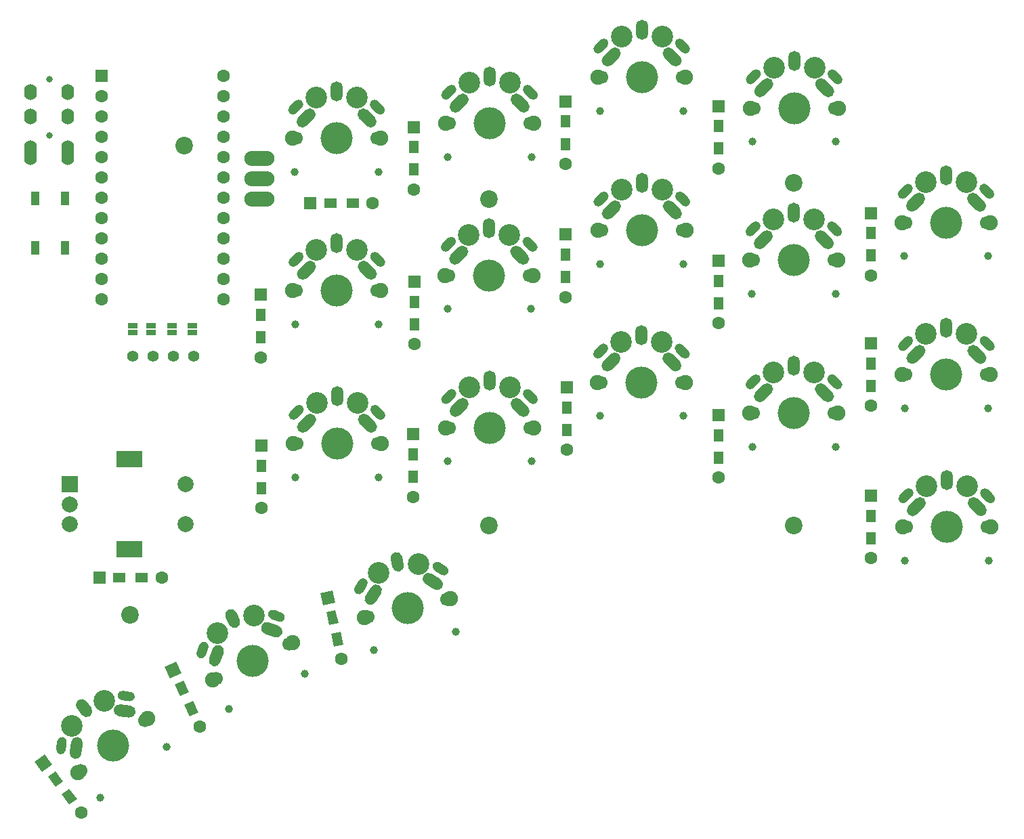
<source format=gbr>
%TF.GenerationSoftware,KiCad,Pcbnew,(5.1.7)-1*%
%TF.CreationDate,2021-07-11T12:46:22+05:30*%
%TF.ProjectId,Pankh,50616e6b-682e-46b6-9963-61645f706362,rev?*%
%TF.SameCoordinates,Original*%
%TF.FileFunction,Soldermask,Bot*%
%TF.FilePolarity,Negative*%
%FSLAX46Y46*%
G04 Gerber Fmt 4.6, Leading zero omitted, Abs format (unit mm)*
G04 Created by KiCad (PCBNEW (5.1.7)-1) date 2021-07-11 12:46:22*
%MOMM*%
%LPD*%
G01*
G04 APERTURE LIST*
%ADD10C,2.200000*%
%ADD11C,1.600000*%
%ADD12R,1.600000X1.600000*%
%ADD13C,1.000000*%
%ADD14C,1.900000*%
%ADD15C,4.000000*%
%ADD16C,1.700000*%
%ADD17C,2.700000*%
%ADD18O,1.500000X2.500000*%
%ADD19O,1.600000X2.000000*%
%ADD20C,0.800000*%
%ADD21R,2.000000X2.000000*%
%ADD22C,2.000000*%
%ADD23R,3.200000X2.000000*%
%ADD24R,1.600000X1.200000*%
%ADD25R,1.100000X1.800000*%
%ADD26O,3.759200X1.879600*%
%ADD27R,1.200000X1.600000*%
%ADD28C,0.100000*%
%ADD29R,1.270000X0.635000*%
%ADD30C,1.397000*%
G04 APERTURE END LIST*
D10*
%TO.C,H6*%
X104419931Y-119356724D03*
%TD*%
D11*
%TO.C,U1*%
X116087177Y-52002930D03*
X116087177Y-54542930D03*
X116087177Y-57082930D03*
X116087177Y-59622930D03*
X116087177Y-62162930D03*
X116087177Y-64702930D03*
X116087177Y-67242930D03*
X116087177Y-69782930D03*
X116087177Y-72322930D03*
X116087177Y-74862930D03*
X116087177Y-77402930D03*
X116087177Y-79942930D03*
X100847177Y-79942930D03*
X100847177Y-77402930D03*
X100847177Y-74862930D03*
X100847177Y-72322930D03*
X100847177Y-69782930D03*
X100847177Y-67242930D03*
X100847177Y-64702930D03*
X100847177Y-62162930D03*
X100847177Y-59622930D03*
X100847177Y-57082930D03*
X100847177Y-54542930D03*
D12*
X100847177Y-52002930D03*
%TD*%
D13*
%TO.C,SW10*%
X145086921Y-121487446D03*
G36*
G01*
X138075165Y-113977042D02*
X138075165Y-113977042D01*
G75*
G02*
X137180613Y-113407150I-162330J732222D01*
G01*
X136964173Y-112430854D01*
G75*
G02*
X137534065Y-111536302I732222J162330D01*
G01*
X137534065Y-111536302D01*
G75*
G02*
X138428617Y-112106194I162330J-732222D01*
G01*
X138645057Y-113082490D01*
G75*
G02*
X138075165Y-113977042I-732222J-162330D01*
G01*
G37*
G36*
G01*
X142288873Y-113014392D02*
X142288873Y-113014392D01*
G75*
G02*
X143117288Y-112830737I506035J-322380D01*
G01*
X143960680Y-113368037D01*
G75*
G02*
X144144335Y-114196452I-322380J-506035D01*
G01*
X144144335Y-114196452D01*
G75*
G02*
X143315920Y-114380107I-506035J322380D01*
G01*
X142472528Y-113842807D01*
G75*
G02*
X142288873Y-113014392I322380J506035D01*
G01*
G37*
G36*
G01*
X132667355Y-116740837D02*
X132667355Y-116740837D01*
G75*
G02*
X132483700Y-115912422I322380J506035D01*
G01*
X133021000Y-115069030D01*
G75*
G02*
X133849415Y-114885375I506035J-322380D01*
G01*
X133849415Y-114885375D01*
G75*
G02*
X134033070Y-115713790I-322380J-506035D01*
G01*
X133495770Y-116557182D01*
G75*
G02*
X132667355Y-116740837I-506035J322380D01*
G01*
G37*
D14*
X144451237Y-117326400D03*
X133711981Y-119707236D03*
G36*
G01*
X134059945Y-118042409D02*
X134059945Y-118042409D01*
G75*
G02*
X133830376Y-117006890I402975J632544D01*
G01*
X134528866Y-115910482D01*
G75*
G02*
X135564385Y-115680913I632544J-402975D01*
G01*
X135564385Y-115680913D01*
G75*
G02*
X135793954Y-116716432I-402975J-632544D01*
G01*
X135095464Y-117812840D01*
G75*
G02*
X134059945Y-118042409I-632544J402975D01*
G01*
G37*
D15*
X139081609Y-118516818D03*
D16*
X134122025Y-119616331D03*
X144041193Y-117417305D03*
G36*
G01*
X141070792Y-114460171D02*
X141070792Y-114460171D01*
G75*
G02*
X142106311Y-114230602I632544J-402975D01*
G01*
X143202719Y-114929092D01*
G75*
G02*
X143432288Y-115964611I-402975J-632544D01*
G01*
X143432288Y-115964611D01*
G75*
G02*
X142396769Y-116194180I-632544J402975D01*
G01*
X141300361Y-115495690D01*
G75*
G02*
X141070792Y-114460171I402975J632544D01*
G01*
G37*
D17*
X135502304Y-114106991D03*
X140461888Y-113007478D03*
D13*
X134894390Y-123747076D03*
%TD*%
D10*
%TO.C,H5*%
X149303991Y-67357228D03*
%TD*%
%TO.C,H4*%
X111134178Y-60677028D03*
%TD*%
%TO.C,H3*%
X149303992Y-108225828D03*
%TD*%
%TO.C,H2*%
X187401401Y-65376028D03*
%TD*%
%TO.C,H1*%
X187401402Y-108225827D03*
%TD*%
D13*
%TO.C,SW13*%
X192602028Y-79223131D03*
D18*
X187382028Y-69123131D03*
G36*
G01*
X191704211Y-70345314D02*
X191704211Y-70345314D01*
G75*
G02*
X192552739Y-70345314I424264J-424264D01*
G01*
X193259845Y-71052420D01*
G75*
G02*
X193259845Y-71900948I-424264J-424264D01*
G01*
X193259845Y-71900948D01*
G75*
G02*
X192411317Y-71900948I-424264J424264D01*
G01*
X191704211Y-71193842D01*
G75*
G02*
X191704211Y-70345314I424264J424264D01*
G01*
G37*
G36*
G01*
X181504211Y-71900948D02*
X181504211Y-71900948D01*
G75*
G02*
X181504211Y-71052420I424264J424264D01*
G01*
X182211317Y-70345314D01*
G75*
G02*
X183059845Y-70345314I424264J-424264D01*
G01*
X183059845Y-70345314D01*
G75*
G02*
X183059845Y-71193842I-424264J-424264D01*
G01*
X182352739Y-71900948D01*
G75*
G02*
X181504211Y-71900948I-424264J424264D01*
G01*
G37*
D14*
X192882028Y-75023131D03*
X181882028Y-75023131D03*
G36*
G01*
X182582079Y-73473080D02*
X182582079Y-73473080D01*
G75*
G02*
X182582079Y-72412420I530330J530330D01*
G01*
X183501317Y-71493182D01*
G75*
G02*
X184561977Y-71493182I530330J-530330D01*
G01*
X184561977Y-71493182D01*
G75*
G02*
X184561977Y-72553842I-530330J-530330D01*
G01*
X183642739Y-73473080D01*
G75*
G02*
X182582079Y-73473080I-530330J530330D01*
G01*
G37*
D15*
X187382028Y-75023131D03*
D16*
X182302028Y-75023131D03*
X192462028Y-75023131D03*
G36*
G01*
X190202079Y-71493182D02*
X190202079Y-71493182D01*
G75*
G02*
X191262739Y-71493182I530330J-530330D01*
G01*
X192181977Y-72412420D01*
G75*
G02*
X192181977Y-73473080I-530330J-530330D01*
G01*
X192181977Y-73473080D01*
G75*
G02*
X191121317Y-73473080I-530330J530330D01*
G01*
X190202079Y-72553842D01*
G75*
G02*
X190202079Y-71493182I530330J530330D01*
G01*
G37*
D17*
X184842028Y-69943131D03*
X189922028Y-69943131D03*
D13*
X182162028Y-79223131D03*
%TD*%
%TO.C,SW8*%
X211679757Y-93562119D03*
D18*
X206459757Y-83462119D03*
G36*
G01*
X210781940Y-84684302D02*
X210781940Y-84684302D01*
G75*
G02*
X211630468Y-84684302I424264J-424264D01*
G01*
X212337574Y-85391408D01*
G75*
G02*
X212337574Y-86239936I-424264J-424264D01*
G01*
X212337574Y-86239936D01*
G75*
G02*
X211489046Y-86239936I-424264J424264D01*
G01*
X210781940Y-85532830D01*
G75*
G02*
X210781940Y-84684302I424264J424264D01*
G01*
G37*
G36*
G01*
X200581940Y-86239936D02*
X200581940Y-86239936D01*
G75*
G02*
X200581940Y-85391408I424264J424264D01*
G01*
X201289046Y-84684302D01*
G75*
G02*
X202137574Y-84684302I424264J-424264D01*
G01*
X202137574Y-84684302D01*
G75*
G02*
X202137574Y-85532830I-424264J-424264D01*
G01*
X201430468Y-86239936D01*
G75*
G02*
X200581940Y-86239936I-424264J424264D01*
G01*
G37*
D14*
X211959757Y-89362119D03*
X200959757Y-89362119D03*
G36*
G01*
X201659808Y-87812068D02*
X201659808Y-87812068D01*
G75*
G02*
X201659808Y-86751408I530330J530330D01*
G01*
X202579046Y-85832170D01*
G75*
G02*
X203639706Y-85832170I530330J-530330D01*
G01*
X203639706Y-85832170D01*
G75*
G02*
X203639706Y-86892830I-530330J-530330D01*
G01*
X202720468Y-87812068D01*
G75*
G02*
X201659808Y-87812068I-530330J530330D01*
G01*
G37*
D15*
X206459757Y-89362119D03*
D16*
X201379757Y-89362119D03*
X211539757Y-89362119D03*
G36*
G01*
X209279808Y-85832170D02*
X209279808Y-85832170D01*
G75*
G02*
X210340468Y-85832170I530330J-530330D01*
G01*
X211259706Y-86751408D01*
G75*
G02*
X211259706Y-87812068I-530330J-530330D01*
G01*
X211259706Y-87812068D01*
G75*
G02*
X210199046Y-87812068I-530330J530330D01*
G01*
X209279808Y-86892830D01*
G75*
G02*
X209279808Y-85832170I530330J530330D01*
G01*
G37*
D17*
X203919757Y-84282119D03*
X208999757Y-84282119D03*
D13*
X201239757Y-93562119D03*
%TD*%
%TO.C,SW7*%
X211636110Y-74527218D03*
D18*
X206416110Y-64427218D03*
G36*
G01*
X210738293Y-65649401D02*
X210738293Y-65649401D01*
G75*
G02*
X211586821Y-65649401I424264J-424264D01*
G01*
X212293927Y-66356507D01*
G75*
G02*
X212293927Y-67205035I-424264J-424264D01*
G01*
X212293927Y-67205035D01*
G75*
G02*
X211445399Y-67205035I-424264J424264D01*
G01*
X210738293Y-66497929D01*
G75*
G02*
X210738293Y-65649401I424264J424264D01*
G01*
G37*
G36*
G01*
X200538293Y-67205035D02*
X200538293Y-67205035D01*
G75*
G02*
X200538293Y-66356507I424264J424264D01*
G01*
X201245399Y-65649401D01*
G75*
G02*
X202093927Y-65649401I424264J-424264D01*
G01*
X202093927Y-65649401D01*
G75*
G02*
X202093927Y-66497929I-424264J-424264D01*
G01*
X201386821Y-67205035D01*
G75*
G02*
X200538293Y-67205035I-424264J424264D01*
G01*
G37*
D14*
X211916110Y-70327218D03*
X200916110Y-70327218D03*
G36*
G01*
X201616161Y-68777167D02*
X201616161Y-68777167D01*
G75*
G02*
X201616161Y-67716507I530330J530330D01*
G01*
X202535399Y-66797269D01*
G75*
G02*
X203596059Y-66797269I530330J-530330D01*
G01*
X203596059Y-66797269D01*
G75*
G02*
X203596059Y-67857929I-530330J-530330D01*
G01*
X202676821Y-68777167D01*
G75*
G02*
X201616161Y-68777167I-530330J530330D01*
G01*
G37*
D15*
X206416110Y-70327218D03*
D16*
X201336110Y-70327218D03*
X211496110Y-70327218D03*
G36*
G01*
X209236161Y-66797269D02*
X209236161Y-66797269D01*
G75*
G02*
X210296821Y-66797269I530330J-530330D01*
G01*
X211216059Y-67716507D01*
G75*
G02*
X211216059Y-68777167I-530330J-530330D01*
G01*
X211216059Y-68777167D01*
G75*
G02*
X210155399Y-68777167I-530330J530330D01*
G01*
X209236161Y-67857929D01*
G75*
G02*
X209236161Y-66797269I530330J530330D01*
G01*
G37*
D17*
X203876110Y-65247218D03*
X208956110Y-65247218D03*
D13*
X201196110Y-74527218D03*
%TD*%
%TO.C,SW12*%
X192648938Y-60212502D03*
D18*
X187428938Y-50112502D03*
G36*
G01*
X191751121Y-51334685D02*
X191751121Y-51334685D01*
G75*
G02*
X192599649Y-51334685I424264J-424264D01*
G01*
X193306755Y-52041791D01*
G75*
G02*
X193306755Y-52890319I-424264J-424264D01*
G01*
X193306755Y-52890319D01*
G75*
G02*
X192458227Y-52890319I-424264J424264D01*
G01*
X191751121Y-52183213D01*
G75*
G02*
X191751121Y-51334685I424264J424264D01*
G01*
G37*
G36*
G01*
X181551121Y-52890319D02*
X181551121Y-52890319D01*
G75*
G02*
X181551121Y-52041791I424264J424264D01*
G01*
X182258227Y-51334685D01*
G75*
G02*
X183106755Y-51334685I424264J-424264D01*
G01*
X183106755Y-51334685D01*
G75*
G02*
X183106755Y-52183213I-424264J-424264D01*
G01*
X182399649Y-52890319D01*
G75*
G02*
X181551121Y-52890319I-424264J424264D01*
G01*
G37*
D14*
X192928938Y-56012502D03*
X181928938Y-56012502D03*
G36*
G01*
X182628989Y-54462451D02*
X182628989Y-54462451D01*
G75*
G02*
X182628989Y-53401791I530330J530330D01*
G01*
X183548227Y-52482553D01*
G75*
G02*
X184608887Y-52482553I530330J-530330D01*
G01*
X184608887Y-52482553D01*
G75*
G02*
X184608887Y-53543213I-530330J-530330D01*
G01*
X183689649Y-54462451D01*
G75*
G02*
X182628989Y-54462451I-530330J530330D01*
G01*
G37*
D15*
X187428938Y-56012502D03*
D16*
X182348938Y-56012502D03*
X192508938Y-56012502D03*
G36*
G01*
X190248989Y-52482553D02*
X190248989Y-52482553D01*
G75*
G02*
X191309649Y-52482553I530330J-530330D01*
G01*
X192228887Y-53401791D01*
G75*
G02*
X192228887Y-54462451I-530330J-530330D01*
G01*
X192228887Y-54462451D01*
G75*
G02*
X191168227Y-54462451I-530330J530330D01*
G01*
X190248989Y-53543213D01*
G75*
G02*
X190248989Y-52482553I530330J530330D01*
G01*
G37*
D17*
X184888938Y-50932502D03*
X189968938Y-50932502D03*
D13*
X182208938Y-60212502D03*
%TD*%
%TO.C,SW22*%
X154570904Y-62141666D03*
D18*
X149350904Y-52041666D03*
G36*
G01*
X153673087Y-53263849D02*
X153673087Y-53263849D01*
G75*
G02*
X154521615Y-53263849I424264J-424264D01*
G01*
X155228721Y-53970955D01*
G75*
G02*
X155228721Y-54819483I-424264J-424264D01*
G01*
X155228721Y-54819483D01*
G75*
G02*
X154380193Y-54819483I-424264J424264D01*
G01*
X153673087Y-54112377D01*
G75*
G02*
X153673087Y-53263849I424264J424264D01*
G01*
G37*
G36*
G01*
X143473087Y-54819483D02*
X143473087Y-54819483D01*
G75*
G02*
X143473087Y-53970955I424264J424264D01*
G01*
X144180193Y-53263849D01*
G75*
G02*
X145028721Y-53263849I424264J-424264D01*
G01*
X145028721Y-53263849D01*
G75*
G02*
X145028721Y-54112377I-424264J-424264D01*
G01*
X144321615Y-54819483D01*
G75*
G02*
X143473087Y-54819483I-424264J424264D01*
G01*
G37*
D14*
X154850904Y-57941666D03*
X143850904Y-57941666D03*
G36*
G01*
X144550955Y-56391615D02*
X144550955Y-56391615D01*
G75*
G02*
X144550955Y-55330955I530330J530330D01*
G01*
X145470193Y-54411717D01*
G75*
G02*
X146530853Y-54411717I530330J-530330D01*
G01*
X146530853Y-54411717D01*
G75*
G02*
X146530853Y-55472377I-530330J-530330D01*
G01*
X145611615Y-56391615D01*
G75*
G02*
X144550955Y-56391615I-530330J530330D01*
G01*
G37*
D15*
X149350904Y-57941666D03*
D16*
X144270904Y-57941666D03*
X154430904Y-57941666D03*
G36*
G01*
X152170955Y-54411717D02*
X152170955Y-54411717D01*
G75*
G02*
X153231615Y-54411717I530330J-530330D01*
G01*
X154150853Y-55330955D01*
G75*
G02*
X154150853Y-56391615I-530330J-530330D01*
G01*
X154150853Y-56391615D01*
G75*
G02*
X153090193Y-56391615I-530330J530330D01*
G01*
X152170955Y-55472377D01*
G75*
G02*
X152170955Y-54411717I530330J530330D01*
G01*
G37*
D17*
X146810904Y-52861666D03*
X151890904Y-52861666D03*
D13*
X144130904Y-62141666D03*
%TD*%
%TO.C,SW26*%
X135437209Y-64002919D03*
D18*
X130217209Y-53902919D03*
G36*
G01*
X134539392Y-55125102D02*
X134539392Y-55125102D01*
G75*
G02*
X135387920Y-55125102I424264J-424264D01*
G01*
X136095026Y-55832208D01*
G75*
G02*
X136095026Y-56680736I-424264J-424264D01*
G01*
X136095026Y-56680736D01*
G75*
G02*
X135246498Y-56680736I-424264J424264D01*
G01*
X134539392Y-55973630D01*
G75*
G02*
X134539392Y-55125102I424264J424264D01*
G01*
G37*
G36*
G01*
X124339392Y-56680736D02*
X124339392Y-56680736D01*
G75*
G02*
X124339392Y-55832208I424264J424264D01*
G01*
X125046498Y-55125102D01*
G75*
G02*
X125895026Y-55125102I424264J-424264D01*
G01*
X125895026Y-55125102D01*
G75*
G02*
X125895026Y-55973630I-424264J-424264D01*
G01*
X125187920Y-56680736D01*
G75*
G02*
X124339392Y-56680736I-424264J424264D01*
G01*
G37*
D14*
X135717209Y-59802919D03*
X124717209Y-59802919D03*
G36*
G01*
X125417260Y-58252868D02*
X125417260Y-58252868D01*
G75*
G02*
X125417260Y-57192208I530330J530330D01*
G01*
X126336498Y-56272970D01*
G75*
G02*
X127397158Y-56272970I530330J-530330D01*
G01*
X127397158Y-56272970D01*
G75*
G02*
X127397158Y-57333630I-530330J-530330D01*
G01*
X126477920Y-58252868D01*
G75*
G02*
X125417260Y-58252868I-530330J530330D01*
G01*
G37*
D15*
X130217209Y-59802919D03*
D16*
X125137209Y-59802919D03*
X135297209Y-59802919D03*
G36*
G01*
X133037260Y-56272970D02*
X133037260Y-56272970D01*
G75*
G02*
X134097920Y-56272970I530330J-530330D01*
G01*
X135017158Y-57192208D01*
G75*
G02*
X135017158Y-58252868I-530330J-530330D01*
G01*
X135017158Y-58252868D01*
G75*
G02*
X133956498Y-58252868I-530330J530330D01*
G01*
X133037260Y-57333630D01*
G75*
G02*
X133037260Y-56272970I530330J530330D01*
G01*
G37*
D17*
X127677209Y-54722919D03*
X132757209Y-54722919D03*
D13*
X124997209Y-64002919D03*
%TD*%
%TO.C,SW28*%
X135500231Y-102163263D03*
D18*
X130280231Y-92063263D03*
G36*
G01*
X134602414Y-93285446D02*
X134602414Y-93285446D01*
G75*
G02*
X135450942Y-93285446I424264J-424264D01*
G01*
X136158048Y-93992552D01*
G75*
G02*
X136158048Y-94841080I-424264J-424264D01*
G01*
X136158048Y-94841080D01*
G75*
G02*
X135309520Y-94841080I-424264J424264D01*
G01*
X134602414Y-94133974D01*
G75*
G02*
X134602414Y-93285446I424264J424264D01*
G01*
G37*
G36*
G01*
X124402414Y-94841080D02*
X124402414Y-94841080D01*
G75*
G02*
X124402414Y-93992552I424264J424264D01*
G01*
X125109520Y-93285446D01*
G75*
G02*
X125958048Y-93285446I424264J-424264D01*
G01*
X125958048Y-93285446D01*
G75*
G02*
X125958048Y-94133974I-424264J-424264D01*
G01*
X125250942Y-94841080D01*
G75*
G02*
X124402414Y-94841080I-424264J424264D01*
G01*
G37*
D14*
X135780231Y-97963263D03*
X124780231Y-97963263D03*
G36*
G01*
X125480282Y-96413212D02*
X125480282Y-96413212D01*
G75*
G02*
X125480282Y-95352552I530330J530330D01*
G01*
X126399520Y-94433314D01*
G75*
G02*
X127460180Y-94433314I530330J-530330D01*
G01*
X127460180Y-94433314D01*
G75*
G02*
X127460180Y-95493974I-530330J-530330D01*
G01*
X126540942Y-96413212D01*
G75*
G02*
X125480282Y-96413212I-530330J530330D01*
G01*
G37*
D15*
X130280231Y-97963263D03*
D16*
X125200231Y-97963263D03*
X135360231Y-97963263D03*
G36*
G01*
X133100282Y-94433314D02*
X133100282Y-94433314D01*
G75*
G02*
X134160942Y-94433314I530330J-530330D01*
G01*
X135080180Y-95352552D01*
G75*
G02*
X135080180Y-96413212I-530330J-530330D01*
G01*
X135080180Y-96413212D01*
G75*
G02*
X134019520Y-96413212I-530330J530330D01*
G01*
X133100282Y-95493974D01*
G75*
G02*
X133100282Y-94433314I530330J530330D01*
G01*
G37*
D17*
X127740231Y-92883263D03*
X132820231Y-92883263D03*
D13*
X125060231Y-102163263D03*
%TD*%
%TO.C,SW27*%
X135480853Y-83037813D03*
D18*
X130260853Y-72937813D03*
G36*
G01*
X134583036Y-74159996D02*
X134583036Y-74159996D01*
G75*
G02*
X135431564Y-74159996I424264J-424264D01*
G01*
X136138670Y-74867102D01*
G75*
G02*
X136138670Y-75715630I-424264J-424264D01*
G01*
X136138670Y-75715630D01*
G75*
G02*
X135290142Y-75715630I-424264J424264D01*
G01*
X134583036Y-75008524D01*
G75*
G02*
X134583036Y-74159996I424264J424264D01*
G01*
G37*
G36*
G01*
X124383036Y-75715630D02*
X124383036Y-75715630D01*
G75*
G02*
X124383036Y-74867102I424264J424264D01*
G01*
X125090142Y-74159996D01*
G75*
G02*
X125938670Y-74159996I424264J-424264D01*
G01*
X125938670Y-74159996D01*
G75*
G02*
X125938670Y-75008524I-424264J-424264D01*
G01*
X125231564Y-75715630D01*
G75*
G02*
X124383036Y-75715630I-424264J424264D01*
G01*
G37*
D14*
X135760853Y-78837813D03*
X124760853Y-78837813D03*
G36*
G01*
X125460904Y-77287762D02*
X125460904Y-77287762D01*
G75*
G02*
X125460904Y-76227102I530330J530330D01*
G01*
X126380142Y-75307864D01*
G75*
G02*
X127440802Y-75307864I530330J-530330D01*
G01*
X127440802Y-75307864D01*
G75*
G02*
X127440802Y-76368524I-530330J-530330D01*
G01*
X126521564Y-77287762D01*
G75*
G02*
X125460904Y-77287762I-530330J530330D01*
G01*
G37*
D15*
X130260853Y-78837813D03*
D16*
X125180853Y-78837813D03*
X135340853Y-78837813D03*
G36*
G01*
X133080904Y-75307864D02*
X133080904Y-75307864D01*
G75*
G02*
X134141564Y-75307864I530330J-530330D01*
G01*
X135060802Y-76227102D01*
G75*
G02*
X135060802Y-77287762I-530330J-530330D01*
G01*
X135060802Y-77287762D01*
G75*
G02*
X134000142Y-77287762I-530330J530330D01*
G01*
X133080904Y-76368524D01*
G75*
G02*
X133080904Y-75307864I530330J530330D01*
G01*
G37*
D17*
X127720853Y-73757813D03*
X132800853Y-73757813D03*
D13*
X125040853Y-83037813D03*
%TD*%
%TO.C,SW24*%
X154567636Y-100187188D03*
D18*
X149347636Y-90087188D03*
G36*
G01*
X153669819Y-91309371D02*
X153669819Y-91309371D01*
G75*
G02*
X154518347Y-91309371I424264J-424264D01*
G01*
X155225453Y-92016477D01*
G75*
G02*
X155225453Y-92865005I-424264J-424264D01*
G01*
X155225453Y-92865005D01*
G75*
G02*
X154376925Y-92865005I-424264J424264D01*
G01*
X153669819Y-92157899D01*
G75*
G02*
X153669819Y-91309371I424264J424264D01*
G01*
G37*
G36*
G01*
X143469819Y-92865005D02*
X143469819Y-92865005D01*
G75*
G02*
X143469819Y-92016477I424264J424264D01*
G01*
X144176925Y-91309371D01*
G75*
G02*
X145025453Y-91309371I424264J-424264D01*
G01*
X145025453Y-91309371D01*
G75*
G02*
X145025453Y-92157899I-424264J-424264D01*
G01*
X144318347Y-92865005D01*
G75*
G02*
X143469819Y-92865005I-424264J424264D01*
G01*
G37*
D14*
X154847636Y-95987188D03*
X143847636Y-95987188D03*
G36*
G01*
X144547687Y-94437137D02*
X144547687Y-94437137D01*
G75*
G02*
X144547687Y-93376477I530330J530330D01*
G01*
X145466925Y-92457239D01*
G75*
G02*
X146527585Y-92457239I530330J-530330D01*
G01*
X146527585Y-92457239D01*
G75*
G02*
X146527585Y-93517899I-530330J-530330D01*
G01*
X145608347Y-94437137D01*
G75*
G02*
X144547687Y-94437137I-530330J530330D01*
G01*
G37*
D15*
X149347636Y-95987188D03*
D16*
X144267636Y-95987188D03*
X154427636Y-95987188D03*
G36*
G01*
X152167687Y-92457239D02*
X152167687Y-92457239D01*
G75*
G02*
X153228347Y-92457239I530330J-530330D01*
G01*
X154147585Y-93376477D01*
G75*
G02*
X154147585Y-94437137I-530330J-530330D01*
G01*
X154147585Y-94437137D01*
G75*
G02*
X153086925Y-94437137I-530330J530330D01*
G01*
X152167687Y-93517899D01*
G75*
G02*
X152167687Y-92457239I530330J530330D01*
G01*
G37*
D17*
X146807636Y-90907188D03*
X151887636Y-90907188D03*
D13*
X144127636Y-100187188D03*
%TD*%
%TO.C,SW23*%
X154523992Y-81152291D03*
D18*
X149303992Y-71052291D03*
G36*
G01*
X153626175Y-72274474D02*
X153626175Y-72274474D01*
G75*
G02*
X154474703Y-72274474I424264J-424264D01*
G01*
X155181809Y-72981580D01*
G75*
G02*
X155181809Y-73830108I-424264J-424264D01*
G01*
X155181809Y-73830108D01*
G75*
G02*
X154333281Y-73830108I-424264J424264D01*
G01*
X153626175Y-73123002D01*
G75*
G02*
X153626175Y-72274474I424264J424264D01*
G01*
G37*
G36*
G01*
X143426175Y-73830108D02*
X143426175Y-73830108D01*
G75*
G02*
X143426175Y-72981580I424264J424264D01*
G01*
X144133281Y-72274474D01*
G75*
G02*
X144981809Y-72274474I424264J-424264D01*
G01*
X144981809Y-72274474D01*
G75*
G02*
X144981809Y-73123002I-424264J-424264D01*
G01*
X144274703Y-73830108D01*
G75*
G02*
X143426175Y-73830108I-424264J424264D01*
G01*
G37*
D14*
X154803992Y-76952291D03*
X143803992Y-76952291D03*
G36*
G01*
X144504043Y-75402240D02*
X144504043Y-75402240D01*
G75*
G02*
X144504043Y-74341580I530330J530330D01*
G01*
X145423281Y-73422342D01*
G75*
G02*
X146483941Y-73422342I530330J-530330D01*
G01*
X146483941Y-73422342D01*
G75*
G02*
X146483941Y-74483002I-530330J-530330D01*
G01*
X145564703Y-75402240D01*
G75*
G02*
X144504043Y-75402240I-530330J530330D01*
G01*
G37*
D15*
X149303992Y-76952291D03*
D16*
X144223992Y-76952291D03*
X154383992Y-76952291D03*
G36*
G01*
X152124043Y-73422342D02*
X152124043Y-73422342D01*
G75*
G02*
X153184703Y-73422342I530330J-530330D01*
G01*
X154103941Y-74341580D01*
G75*
G02*
X154103941Y-75402240I-530330J-530330D01*
G01*
X154103941Y-75402240D01*
G75*
G02*
X153043281Y-75402240I-530330J530330D01*
G01*
X152124043Y-74483002D01*
G75*
G02*
X152124043Y-73422342I530330J530330D01*
G01*
G37*
D17*
X146763992Y-71872291D03*
X151843992Y-71872291D03*
D13*
X144083992Y-81152291D03*
%TD*%
%TO.C,SW20*%
X108945534Y-135880426D03*
G36*
G01*
X99416692Y-132036984D02*
X99416692Y-132036984D01*
G75*
G02*
X98365106Y-131898540I-456571J595015D01*
G01*
X97756344Y-131105186D01*
G75*
G02*
X97894788Y-130053600I595015J456571D01*
G01*
X97894788Y-130053600D01*
G75*
G02*
X98946374Y-130192044I456571J-595015D01*
G01*
X99555136Y-130985398D01*
G75*
G02*
X99416692Y-132036984I-595015J-456571D01*
G01*
G37*
G36*
G01*
X102828775Y-129383737D02*
X102828775Y-129383737D01*
G75*
G02*
X103501958Y-128867186I594867J-78316D01*
G01*
X104493402Y-128997712D01*
G75*
G02*
X105009953Y-129670895I-78316J-594867D01*
G01*
X105009953Y-129670895D01*
G75*
G02*
X104336770Y-130187446I-594867J78316D01*
G01*
X103345326Y-130056920D01*
G75*
G02*
X102828775Y-129383737I78316J594867D01*
G01*
G37*
G36*
G01*
X95683581Y-136827271D02*
X95683581Y-136827271D01*
G75*
G02*
X95167030Y-136154088I78316J594867D01*
G01*
X95297556Y-135162644D01*
G75*
G02*
X95970739Y-134646093I594867J-78316D01*
G01*
X95970739Y-134646093D01*
G75*
G02*
X96487290Y-135319276I-78316J-594867D01*
G01*
X96356764Y-136310720D01*
G75*
G02*
X95683581Y-136827271I-594867J78316D01*
G01*
G37*
D14*
X106610875Y-132377889D03*
X97883989Y-139074265D03*
G36*
G01*
X97495765Y-137418364D02*
X97495765Y-137418364D01*
G75*
G02*
X96850076Y-136576885I97895J743584D01*
G01*
X97019760Y-135288007D01*
G75*
G02*
X97861239Y-134642318I743584J-97895D01*
G01*
X97861239Y-134642318D01*
G75*
G02*
X98506928Y-135483797I-97895J-743584D01*
G01*
X98337244Y-136772675D01*
G75*
G02*
X97495765Y-137418364I-743584J97895D01*
G01*
G37*
D15*
X102247432Y-135726077D03*
D16*
X98217197Y-138818585D03*
X106277667Y-132633569D03*
G36*
G01*
X102335831Y-131208841D02*
X102335831Y-131208841D01*
G75*
G02*
X103177310Y-130563152I743584J-97895D01*
G01*
X104466188Y-130732836D01*
G75*
G02*
X105111877Y-131574315I-97895J-743584D01*
G01*
X105111877Y-131574315D01*
G75*
G02*
X104270398Y-132220004I-743584J97895D01*
G01*
X102981520Y-132050320D01*
G75*
G02*
X102335831Y-131208841I97895J743584D01*
G01*
G37*
D17*
X97139806Y-133242096D03*
X101170041Y-130149588D03*
D13*
X100662926Y-142235896D03*
%TD*%
%TO.C,SW19*%
X173560969Y-94503093D03*
D18*
X168340969Y-84403093D03*
G36*
G01*
X172663152Y-85625276D02*
X172663152Y-85625276D01*
G75*
G02*
X173511680Y-85625276I424264J-424264D01*
G01*
X174218786Y-86332382D01*
G75*
G02*
X174218786Y-87180910I-424264J-424264D01*
G01*
X174218786Y-87180910D01*
G75*
G02*
X173370258Y-87180910I-424264J424264D01*
G01*
X172663152Y-86473804D01*
G75*
G02*
X172663152Y-85625276I424264J424264D01*
G01*
G37*
G36*
G01*
X162463152Y-87180910D02*
X162463152Y-87180910D01*
G75*
G02*
X162463152Y-86332382I424264J424264D01*
G01*
X163170258Y-85625276D01*
G75*
G02*
X164018786Y-85625276I424264J-424264D01*
G01*
X164018786Y-85625276D01*
G75*
G02*
X164018786Y-86473804I-424264J-424264D01*
G01*
X163311680Y-87180910D01*
G75*
G02*
X162463152Y-87180910I-424264J424264D01*
G01*
G37*
D14*
X173840969Y-90303093D03*
X162840969Y-90303093D03*
G36*
G01*
X163541020Y-88753042D02*
X163541020Y-88753042D01*
G75*
G02*
X163541020Y-87692382I530330J530330D01*
G01*
X164460258Y-86773144D01*
G75*
G02*
X165520918Y-86773144I530330J-530330D01*
G01*
X165520918Y-86773144D01*
G75*
G02*
X165520918Y-87833804I-530330J-530330D01*
G01*
X164601680Y-88753042D01*
G75*
G02*
X163541020Y-88753042I-530330J530330D01*
G01*
G37*
D15*
X168340969Y-90303093D03*
D16*
X163260969Y-90303093D03*
X173420969Y-90303093D03*
G36*
G01*
X171161020Y-86773144D02*
X171161020Y-86773144D01*
G75*
G02*
X172221680Y-86773144I530330J-530330D01*
G01*
X173140918Y-87692382D01*
G75*
G02*
X173140918Y-88753042I-530330J-530330D01*
G01*
X173140918Y-88753042D01*
G75*
G02*
X172080258Y-88753042I-530330J530330D01*
G01*
X171161020Y-87833804D01*
G75*
G02*
X171161020Y-86773144I530330J530330D01*
G01*
G37*
D17*
X165800969Y-85223093D03*
X170880969Y-85223093D03*
D13*
X163120969Y-94503093D03*
%TD*%
%TO.C,SW18*%
X173607883Y-75492465D03*
D18*
X168387883Y-65392465D03*
G36*
G01*
X172710066Y-66614648D02*
X172710066Y-66614648D01*
G75*
G02*
X173558594Y-66614648I424264J-424264D01*
G01*
X174265700Y-67321754D01*
G75*
G02*
X174265700Y-68170282I-424264J-424264D01*
G01*
X174265700Y-68170282D01*
G75*
G02*
X173417172Y-68170282I-424264J424264D01*
G01*
X172710066Y-67463176D01*
G75*
G02*
X172710066Y-66614648I424264J424264D01*
G01*
G37*
G36*
G01*
X162510066Y-68170282D02*
X162510066Y-68170282D01*
G75*
G02*
X162510066Y-67321754I424264J424264D01*
G01*
X163217172Y-66614648D01*
G75*
G02*
X164065700Y-66614648I424264J-424264D01*
G01*
X164065700Y-66614648D01*
G75*
G02*
X164065700Y-67463176I-424264J-424264D01*
G01*
X163358594Y-68170282D01*
G75*
G02*
X162510066Y-68170282I-424264J424264D01*
G01*
G37*
D14*
X173887883Y-71292465D03*
X162887883Y-71292465D03*
G36*
G01*
X163587934Y-69742414D02*
X163587934Y-69742414D01*
G75*
G02*
X163587934Y-68681754I530330J530330D01*
G01*
X164507172Y-67762516D01*
G75*
G02*
X165567832Y-67762516I530330J-530330D01*
G01*
X165567832Y-67762516D01*
G75*
G02*
X165567832Y-68823176I-530330J-530330D01*
G01*
X164648594Y-69742414D01*
G75*
G02*
X163587934Y-69742414I-530330J530330D01*
G01*
G37*
D15*
X168387883Y-71292465D03*
D16*
X163307883Y-71292465D03*
X173467883Y-71292465D03*
G36*
G01*
X171207934Y-67762516D02*
X171207934Y-67762516D01*
G75*
G02*
X172268594Y-67762516I530330J-530330D01*
G01*
X173187832Y-68681754D01*
G75*
G02*
X173187832Y-69742414I-530330J-530330D01*
G01*
X173187832Y-69742414D01*
G75*
G02*
X172127172Y-69742414I-530330J530330D01*
G01*
X171207934Y-68823176D01*
G75*
G02*
X171207934Y-67762516I530330J530330D01*
G01*
G37*
D17*
X165847883Y-66212465D03*
X170927883Y-66212465D03*
D13*
X163167883Y-75492465D03*
%TD*%
%TO.C,SW17*%
X173588502Y-56367014D03*
D18*
X168368502Y-46267014D03*
G36*
G01*
X172690685Y-47489197D02*
X172690685Y-47489197D01*
G75*
G02*
X173539213Y-47489197I424264J-424264D01*
G01*
X174246319Y-48196303D01*
G75*
G02*
X174246319Y-49044831I-424264J-424264D01*
G01*
X174246319Y-49044831D01*
G75*
G02*
X173397791Y-49044831I-424264J424264D01*
G01*
X172690685Y-48337725D01*
G75*
G02*
X172690685Y-47489197I424264J424264D01*
G01*
G37*
G36*
G01*
X162490685Y-49044831D02*
X162490685Y-49044831D01*
G75*
G02*
X162490685Y-48196303I424264J424264D01*
G01*
X163197791Y-47489197D01*
G75*
G02*
X164046319Y-47489197I424264J-424264D01*
G01*
X164046319Y-47489197D01*
G75*
G02*
X164046319Y-48337725I-424264J-424264D01*
G01*
X163339213Y-49044831D01*
G75*
G02*
X162490685Y-49044831I-424264J424264D01*
G01*
G37*
D14*
X173868502Y-52167014D03*
X162868502Y-52167014D03*
G36*
G01*
X163568553Y-50616963D02*
X163568553Y-50616963D01*
G75*
G02*
X163568553Y-49556303I530330J530330D01*
G01*
X164487791Y-48637065D01*
G75*
G02*
X165548451Y-48637065I530330J-530330D01*
G01*
X165548451Y-48637065D01*
G75*
G02*
X165548451Y-49697725I-530330J-530330D01*
G01*
X164629213Y-50616963D01*
G75*
G02*
X163568553Y-50616963I-530330J530330D01*
G01*
G37*
D15*
X168368502Y-52167014D03*
D16*
X163288502Y-52167014D03*
X173448502Y-52167014D03*
G36*
G01*
X171188553Y-48637065D02*
X171188553Y-48637065D01*
G75*
G02*
X172249213Y-48637065I530330J-530330D01*
G01*
X173168451Y-49556303D01*
G75*
G02*
X173168451Y-50616963I-530330J-530330D01*
G01*
X173168451Y-50616963D01*
G75*
G02*
X172107791Y-50616963I-530330J530330D01*
G01*
X171188553Y-49697725D01*
G75*
G02*
X171188553Y-48637065I530330J530330D01*
G01*
G37*
D17*
X165828502Y-47087014D03*
X170908502Y-47087014D03*
D13*
X163148502Y-56367014D03*
%TD*%
%TO.C,SW15*%
X126236740Y-126773182D03*
G36*
G01*
X117765642Y-120958426D02*
X117765642Y-120958426D01*
G75*
G02*
X116768947Y-120595659I-316964J679731D01*
G01*
X116346329Y-119689351D01*
G75*
G02*
X116709096Y-118692656I679731J316964D01*
G01*
X116709096Y-118692656D01*
G75*
G02*
X117705791Y-119055423I316964J-679731D01*
G01*
X118128409Y-119961731D01*
G75*
G02*
X117765642Y-120958426I-679731J-316964D01*
G01*
G37*
G36*
G01*
X121671113Y-119106581D02*
X121671113Y-119106581D01*
G75*
G02*
X122440141Y-118747977I563816J-205212D01*
G01*
X123379833Y-119089997D01*
G75*
G02*
X123738437Y-119859025I-205212J-563816D01*
G01*
X123738437Y-119859025D01*
G75*
G02*
X122969409Y-120217629I-563816J205212D01*
G01*
X122029717Y-119875609D01*
G75*
G02*
X121671113Y-119106581I205212J563816D01*
G01*
G37*
G36*
G01*
X113084214Y-124827172D02*
X113084214Y-124827172D01*
G75*
G02*
X112725610Y-124058144I205212J563816D01*
G01*
X113067630Y-123118452D01*
G75*
G02*
X113836658Y-122759848I563816J-205212D01*
G01*
X113836658Y-122759848D01*
G75*
G02*
X114195262Y-123528876I-205212J-563816D01*
G01*
X113853242Y-124468568D01*
G75*
G02*
X113084214Y-124827172I-563816J205212D01*
G01*
G37*
D14*
X124715510Y-122848357D03*
X114746124Y-127497157D03*
G36*
G01*
X114725506Y-125796480D02*
X114725506Y-125796480D01*
G75*
G02*
X114277252Y-124835196I256515J704769D01*
G01*
X114721878Y-123613596D01*
G75*
G02*
X115683162Y-123165342I704769J-256515D01*
G01*
X115683162Y-123165342D01*
G75*
G02*
X116131416Y-124126626I-256515J-704769D01*
G01*
X115686790Y-125348226D01*
G75*
G02*
X114725506Y-125796480I-704769J256515D01*
G01*
G37*
D15*
X119730817Y-125172757D03*
D16*
X115126773Y-127319658D03*
X124334861Y-123025856D03*
G36*
G01*
X120794830Y-120781732D02*
X120794830Y-120781732D01*
G75*
G02*
X121756114Y-120333478I704769J-256515D01*
G01*
X122977714Y-120778104D01*
G75*
G02*
X123425968Y-121739388I-256515J-704769D01*
G01*
X123425968Y-121739388D01*
G75*
G02*
X122464684Y-122187642I-704769J256515D01*
G01*
X121243084Y-121743016D01*
G75*
G02*
X120794830Y-120781732I256515J704769D01*
G01*
G37*
D17*
X115281894Y-121642164D03*
X119885938Y-119495263D03*
D13*
X116774887Y-131185317D03*
%TD*%
%TO.C,SW14*%
X192621400Y-98348575D03*
D18*
X187401400Y-88248575D03*
G36*
G01*
X191723583Y-89470758D02*
X191723583Y-89470758D01*
G75*
G02*
X192572111Y-89470758I424264J-424264D01*
G01*
X193279217Y-90177864D01*
G75*
G02*
X193279217Y-91026392I-424264J-424264D01*
G01*
X193279217Y-91026392D01*
G75*
G02*
X192430689Y-91026392I-424264J424264D01*
G01*
X191723583Y-90319286D01*
G75*
G02*
X191723583Y-89470758I424264J424264D01*
G01*
G37*
G36*
G01*
X181523583Y-91026392D02*
X181523583Y-91026392D01*
G75*
G02*
X181523583Y-90177864I424264J424264D01*
G01*
X182230689Y-89470758D01*
G75*
G02*
X183079217Y-89470758I424264J-424264D01*
G01*
X183079217Y-89470758D01*
G75*
G02*
X183079217Y-90319286I-424264J-424264D01*
G01*
X182372111Y-91026392D01*
G75*
G02*
X181523583Y-91026392I-424264J424264D01*
G01*
G37*
D14*
X192901400Y-94148575D03*
X181901400Y-94148575D03*
G36*
G01*
X182601451Y-92598524D02*
X182601451Y-92598524D01*
G75*
G02*
X182601451Y-91537864I530330J530330D01*
G01*
X183520689Y-90618626D01*
G75*
G02*
X184581349Y-90618626I530330J-530330D01*
G01*
X184581349Y-90618626D01*
G75*
G02*
X184581349Y-91679286I-530330J-530330D01*
G01*
X183662111Y-92598524D01*
G75*
G02*
X182601451Y-92598524I-530330J530330D01*
G01*
G37*
D15*
X187401400Y-94148575D03*
D16*
X182321400Y-94148575D03*
X192481400Y-94148575D03*
G36*
G01*
X190221451Y-90618626D02*
X190221451Y-90618626D01*
G75*
G02*
X191282111Y-90618626I530330J-530330D01*
G01*
X192201349Y-91537864D01*
G75*
G02*
X192201349Y-92598524I-530330J-530330D01*
G01*
X192201349Y-92598524D01*
G75*
G02*
X191140689Y-92598524I-530330J530330D01*
G01*
X190221451Y-91679286D01*
G75*
G02*
X190221451Y-90618626I530330J530330D01*
G01*
G37*
D17*
X184861400Y-89068575D03*
X189941400Y-89068575D03*
D13*
X182181400Y-98348575D03*
%TD*%
%TO.C,SW9*%
X211723400Y-112597020D03*
D18*
X206503400Y-102497020D03*
G36*
G01*
X210825583Y-103719203D02*
X210825583Y-103719203D01*
G75*
G02*
X211674111Y-103719203I424264J-424264D01*
G01*
X212381217Y-104426309D01*
G75*
G02*
X212381217Y-105274837I-424264J-424264D01*
G01*
X212381217Y-105274837D01*
G75*
G02*
X211532689Y-105274837I-424264J424264D01*
G01*
X210825583Y-104567731D01*
G75*
G02*
X210825583Y-103719203I424264J424264D01*
G01*
G37*
G36*
G01*
X200625583Y-105274837D02*
X200625583Y-105274837D01*
G75*
G02*
X200625583Y-104426309I424264J424264D01*
G01*
X201332689Y-103719203D01*
G75*
G02*
X202181217Y-103719203I424264J-424264D01*
G01*
X202181217Y-103719203D01*
G75*
G02*
X202181217Y-104567731I-424264J-424264D01*
G01*
X201474111Y-105274837D01*
G75*
G02*
X200625583Y-105274837I-424264J424264D01*
G01*
G37*
D14*
X212003400Y-108397020D03*
X201003400Y-108397020D03*
G36*
G01*
X201703451Y-106846969D02*
X201703451Y-106846969D01*
G75*
G02*
X201703451Y-105786309I530330J530330D01*
G01*
X202622689Y-104867071D01*
G75*
G02*
X203683349Y-104867071I530330J-530330D01*
G01*
X203683349Y-104867071D01*
G75*
G02*
X203683349Y-105927731I-530330J-530330D01*
G01*
X202764111Y-106846969D01*
G75*
G02*
X201703451Y-106846969I-530330J530330D01*
G01*
G37*
D15*
X206503400Y-108397020D03*
D16*
X201423400Y-108397020D03*
X211583400Y-108397020D03*
G36*
G01*
X209323451Y-104867071D02*
X209323451Y-104867071D01*
G75*
G02*
X210384111Y-104867071I530330J-530330D01*
G01*
X211303349Y-105786309D01*
G75*
G02*
X211303349Y-106846969I-530330J-530330D01*
G01*
X211303349Y-106846969D01*
G75*
G02*
X210242689Y-106846969I-530330J530330D01*
G01*
X209323451Y-105927731D01*
G75*
G02*
X209323451Y-104867071I530330J530330D01*
G01*
G37*
D17*
X203963400Y-103317020D03*
X209043400Y-103317020D03*
D13*
X201283400Y-112597020D03*
%TD*%
D19*
%TO.C,J2*%
X91993977Y-57047227D03*
D20*
X94293977Y-52447227D03*
X94293977Y-59447227D03*
D19*
X91993977Y-54047227D03*
X91993977Y-61047227D03*
X96593977Y-62147227D03*
%TD*%
D21*
%TO.C,RE1*%
X96833977Y-103044227D03*
D22*
X96833977Y-105544227D03*
X96833977Y-108044227D03*
D23*
X104333977Y-99944227D03*
X104333977Y-111144227D03*
D22*
X111333977Y-103044227D03*
X111333977Y-108044227D03*
%TD*%
D12*
%TO.C,D_RE1*%
X100553978Y-114728228D03*
D11*
X108353978Y-114728228D03*
D24*
X103053978Y-114728228D03*
X105853978Y-114728228D03*
%TD*%
D25*
%TO.C,RST2*%
X96270978Y-73505228D03*
X96270978Y-67305228D03*
X92570978Y-73505228D03*
X92570978Y-67305228D03*
%TD*%
D26*
%TO.C,PWM_PAD1*%
X120582978Y-67357228D03*
X120582978Y-64817228D03*
X120582978Y-62277228D03*
%TD*%
D19*
%TO.C,J1*%
X96593978Y-57047228D03*
D20*
X94293978Y-52447228D03*
X94293978Y-59447228D03*
D19*
X96593978Y-54047228D03*
X96593978Y-61047228D03*
X91993978Y-62147228D03*
%TD*%
D12*
%TO.C,D8*%
X197046398Y-85462120D03*
D11*
X197046398Y-93262120D03*
D27*
X197046398Y-87962120D03*
X197046398Y-90762120D03*
%TD*%
D12*
%TO.C,D28*%
X120818223Y-98224868D03*
D11*
X120818223Y-106024868D03*
D27*
X120818223Y-100724868D03*
X120818223Y-103524868D03*
%TD*%
D12*
%TO.C,D27*%
X120726056Y-79371088D03*
D11*
X120726056Y-87171088D03*
D27*
X120726056Y-81871088D03*
X120726056Y-84671088D03*
%TD*%
D12*
%TO.C,D26*%
X126944578Y-67916029D03*
D11*
X134744578Y-67916029D03*
D24*
X129444578Y-67916029D03*
X132244578Y-67916029D03*
%TD*%
D12*
%TO.C,D24*%
X139830586Y-96816388D03*
D11*
X139830586Y-104616388D03*
D27*
X139830586Y-99316388D03*
X139830586Y-102116388D03*
%TD*%
D12*
%TO.C,D23*%
X139992325Y-77739468D03*
D11*
X139992325Y-85539468D03*
D27*
X139992325Y-80239468D03*
X139992325Y-83039468D03*
%TD*%
D12*
%TO.C,D22*%
X139840369Y-58384384D03*
D11*
X139840369Y-66184384D03*
D27*
X139840369Y-60884384D03*
X139840369Y-63684384D03*
%TD*%
D28*
%TO.C,D20*%
G36*
X94692499Y-138070826D02*
G01*
X93423133Y-139044844D01*
X92449115Y-137775478D01*
X93718481Y-136801460D01*
X94692499Y-138070826D01*
G37*
D11*
X98319147Y-144111308D03*
D28*
G36*
X97760264Y-142397351D02*
G01*
X96808240Y-143127865D01*
X95834222Y-141858499D01*
X96786246Y-141127985D01*
X97760264Y-142397351D01*
G37*
G36*
X96055732Y-140175961D02*
G01*
X95103708Y-140906475D01*
X94129690Y-139637109D01*
X95081714Y-138906595D01*
X96055732Y-140175961D01*
G37*
%TD*%
D12*
%TO.C,D19*%
X159015380Y-90944215D03*
D11*
X159015380Y-98744215D03*
D27*
X159015380Y-93444215D03*
X159015380Y-96244215D03*
%TD*%
D12*
%TO.C,D18*%
X158809978Y-71839226D03*
D11*
X158809978Y-79639226D03*
D27*
X158809978Y-74339226D03*
X158809978Y-77139226D03*
%TD*%
D12*
%TO.C,D17*%
X158809976Y-55202229D03*
D11*
X158809976Y-63002229D03*
D27*
X158809976Y-57702229D03*
X158809976Y-60502229D03*
%TD*%
D28*
%TO.C,D15*%
G36*
X110853905Y-126693580D02*
G01*
X109403812Y-127369769D01*
X108727623Y-125919676D01*
X110177716Y-125243487D01*
X110853905Y-126693580D01*
G37*
D11*
X113087186Y-133375828D03*
D28*
G36*
X112912520Y-131581534D02*
G01*
X111824951Y-132088676D01*
X111148762Y-130638584D01*
X112236331Y-130131442D01*
X112912520Y-131581534D01*
G37*
G36*
X111729188Y-129043872D02*
G01*
X110641619Y-129551014D01*
X109965430Y-128100922D01*
X111052999Y-127593780D01*
X111729188Y-129043872D01*
G37*
%TD*%
D12*
%TO.C,D14*%
X177939387Y-94410187D03*
D11*
X177939387Y-102210187D03*
D27*
X177939387Y-96910187D03*
X177939387Y-99710187D03*
%TD*%
D12*
%TO.C,D13*%
X177968541Y-75103627D03*
D11*
X177968541Y-82903627D03*
D27*
X177968541Y-77603627D03*
X177968541Y-80403627D03*
%TD*%
D12*
%TO.C,D12*%
X177968541Y-55761029D03*
D11*
X177968541Y-63561029D03*
D27*
X177968541Y-58261029D03*
X177968541Y-61061029D03*
%TD*%
D28*
%TO.C,D10*%
G36*
X130091051Y-117878557D02*
G01*
X128528978Y-118224860D01*
X128182675Y-116662787D01*
X129744748Y-116316484D01*
X130091051Y-117878557D01*
G37*
D11*
X130825091Y-124885780D03*
D28*
G36*
X131042921Y-123096213D02*
G01*
X129871366Y-123355941D01*
X129525063Y-121793867D01*
X130696618Y-121534139D01*
X131042921Y-123096213D01*
G37*
G36*
X130436891Y-120362585D02*
G01*
X129265336Y-120622313D01*
X128919033Y-119060239D01*
X130090588Y-118800511D01*
X130436891Y-120362585D01*
G37*
%TD*%
D12*
%TO.C,D9*%
X197046397Y-104497019D03*
D11*
X197046397Y-112297019D03*
D27*
X197046397Y-106997019D03*
X197046397Y-109797019D03*
%TD*%
D12*
%TO.C,D7*%
X197046398Y-69157700D03*
D11*
X197046398Y-76957700D03*
D27*
X197046398Y-71657700D03*
X197046398Y-74457700D03*
%TD*%
D29*
%TO.C,JP5*%
X112226377Y-84113606D03*
X112226377Y-83214446D03*
%TD*%
%TO.C,JP8*%
X104733378Y-84113608D03*
X104733378Y-83214448D03*
%TD*%
%TO.C,JP7*%
X107019378Y-84113609D03*
X107019378Y-83214449D03*
%TD*%
%TO.C,JP6*%
X109686376Y-84113609D03*
X109686376Y-83214449D03*
%TD*%
D30*
%TO.C,J3*%
X104707977Y-87042227D03*
X107247977Y-87042227D03*
X109787977Y-87042227D03*
X112327977Y-87042227D03*
%TD*%
M02*

</source>
